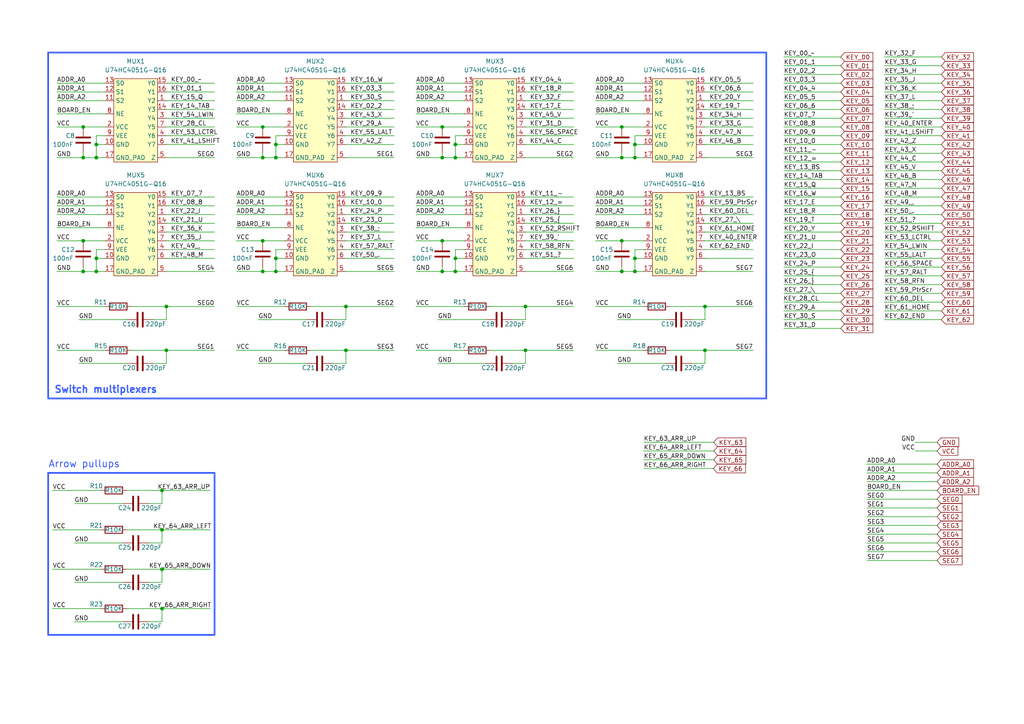
<source format=kicad_sch>
(kicad_sch (version 20230121) (generator eeschema)
  (paper "A4")
  (lib_symbols
    (symbol "Device:C" (pin_numbers hide) (pin_names (offset 0.254))
      (property "Reference" "C" (at 0.635 2.54 0))
      (property "Value" "C" (at 0.635 -2.54 0))
      (symbol "C_1_1"
        (pin passive line (at 0 3.81 270) (length 2.794) (name "~") (number "1"))
        (pin passive line (at 0 -3.81 90) (length 2.794) (name "~") (number "2"))
      )
    )
    (symbol "Device:R" (pin_numbers hide) (pin_names (offset 0))
      (property "Reference" "R" (at 2.032 0 90))
      (property "Value" "R" (at 0 0 90))
      (symbol "R_1_1"
        (pin passive line (at 0 3.81 270) (length 1.27) (name "~") (number "1"))
        (pin passive line (at 0 -3.81 90) (length 1.27) (name "~") (number "2"))
      )
    )
    (symbol "U74HC4051G-Q16-3030-R:U74HC4051G-Q16-3030-R"
      (property "Reference" "MUX?" (at -6.35 6.35 0))
      (property "Value" "U74HC4051G-Q16" (at -6.35 8.89 0))
      (symbol "U74HC4051G-Q16-3030-R_1_1"
        (pin bidirectional line (at 8.89 -1.27 180) (length 2.54) (name "Y2") (number "1"))
        (pin input line (at -8.89 -13.97 0) (length 2.54) (name "GND") (number "10"))
        (pin input line (at -8.89 -1.27 0) (length 2.54) (name "S2") (number "11"))
        (pin input line (at -8.89 1.27 0) (length 2.54) (name "S1") (number "12"))
        (pin input line (at -8.89 3.81 0) (length 2.54) (name "S0") (number "13"))
        (pin bidirectional line (at 8.89 -3.81 180) (length 2.54) (name "Y3") (number "14"))
        (pin bidirectional line (at 8.89 3.81 180) (length 2.54) (name "Y0") (number "15"))
        (pin bidirectional line (at 8.89 1.27 180) (length 2.54) (name "Y1") (number "16"))
        (pin bidirectional line (at -8.89 -17.78 0) (length 2.54) (name "GND_PAD") (number "17"))
        (pin input line (at -8.89 -8.89 0) (length 2.54) (name "VCC") (number "2"))
        (pin bidirectional line (at 8.89 -6.35 180) (length 2.54) (name "Y4") (number "3"))
        (pin bidirectional line (at 8.89 -11.43 180) (length 2.54) (name "Y6") (number "4"))
        (pin bidirectional line (at 8.89 -17.78 180) (length 2.54) (name "Z") (number "5"))
        (pin bidirectional line (at 8.89 -13.97 180) (length 2.54) (name "Y7") (number "6"))
        (pin bidirectional line (at 8.89 -8.89 180) (length 2.54) (name "Y5") (number "7"))
        (pin input line (at -8.89 -5.08 0) (length 2.54) (name "NE") (number "8"))
        (pin input line (at -8.89 -11.43 0) (length 2.54) (name "VEE") (number "9"))
      )
    )
  )
  (junction (at 152.4 101.6))
  (junction (at 27.94 45.72))
  (junction (at 132.08 45.72))
  (junction (at 132.08 41.91))
  (junction (at 76.2 78.74))
  (junction (at 184.15 45.72))
  (junction (at 46.99 142.24))
  (junction (at 180.34 36.83))
  (junction (at 24.13 78.74))
  (junction (at 76.2 45.72))
  (junction (at 100.33 101.6))
  (junction (at 24.13 69.85))
  (junction (at 180.34 69.85))
  (junction (at 132.08 74.93))
  (junction (at 24.13 36.83))
  (junction (at 204.47 101.6))
  (junction (at 184.15 41.91))
  (junction (at 27.94 78.74))
  (junction (at 152.4 88.9))
  (junction (at 48.26 88.9))
  (junction (at 46.99 153.67))
  (junction (at 128.27 36.83))
  (junction (at 180.34 78.74))
  (junction (at 204.47 88.9))
  (junction (at 27.94 74.93))
  (junction (at 46.99 165.1))
  (junction (at 80.01 74.93))
  (junction (at 184.15 78.74))
  (junction (at 76.2 69.85))
  (junction (at 80.01 45.72))
  (junction (at 27.94 41.91))
  (junction (at 24.13 45.72))
  (junction (at 132.08 78.74))
  (junction (at 80.01 41.91))
  (junction (at 48.26 101.6))
  (junction (at 184.15 74.93))
  (junction (at 128.27 69.85))
  (junction (at 180.34 45.72))
  (junction (at 128.27 78.74))
  (junction (at 100.33 88.9))
  (junction (at 80.01 78.74))
  (junction (at 128.27 45.72))
  (junction (at 46.99 176.53))
  (junction (at 76.2 36.83))
  (wire (pts (xy 227.33 54.61) (xy 243.84 54.61)))
  (wire (pts (xy 68.58 88.9) (xy 82.55 88.9)))
  (wire (pts (xy 48.26 101.6) (xy 62.23 101.6)))
  (wire (pts (xy 16.51 36.83) (xy 24.13 36.83)))
  (wire (pts (xy 251.46 160.02) (xy 271.78 160.02)))
  (wire (pts (xy 80.01 41.91) (xy 80.01 45.72)))
  (wire (pts (xy 132.08 41.91) (xy 132.08 45.72)))
  (wire (pts (xy 227.33 26.67) (xy 243.84 26.67)))
  (wire (pts (xy 16.51 59.69) (xy 30.48 59.69)))
  (wire (pts (xy 100.33 101.6) (xy 100.33 105.41)))
  (wire (pts (xy 227.33 29.21) (xy 243.84 29.21)))
  (wire (pts (xy 90.17 88.9) (xy 100.33 88.9)))
  (wire (pts (xy 186.69 128.27) (xy 207.01 128.27)))
  (wire (pts (xy 46.99 146.05) (xy 46.99 142.24)))
  (wire (pts (xy 48.26 105.41) (xy 48.26 101.6)))
  (wire (pts (xy 184.15 74.93) (xy 184.15 78.74)))
  (wire (pts (xy 132.08 78.74) (xy 134.62 78.74)))
  (wire (pts (xy 120.65 36.83) (xy 128.27 36.83)))
  (wire (pts (xy 256.54 29.21) (xy 273.05 29.21)))
  (wire (pts (xy 80.01 39.37) (xy 80.01 41.91)))
  (wire (pts (xy 256.54 69.85) (xy 273.05 69.85)))
  (wire (pts (xy 227.33 95.25) (xy 243.84 95.25)))
  (wire (pts (xy 120.65 33.02) (xy 134.62 33.02)))
  (wire (pts (xy 48.26 45.72) (xy 62.23 45.72)))
  (wire (pts (xy 134.62 39.37) (xy 132.08 39.37)))
  (wire (pts (xy 256.54 59.69) (xy 273.05 59.69)))
  (wire (pts (xy 256.54 26.67) (xy 273.05 26.67)))
  (wire (pts (xy 180.34 36.83) (xy 186.69 36.83)))
  (wire (pts (xy 152.4 101.6) (xy 152.4 105.41)))
  (wire (pts (xy 152.4 88.9) (xy 166.37 88.9)))
  (wire (pts (xy 152.4 29.21) (xy 166.37 29.21)))
  (wire (pts (xy 204.47 101.6) (xy 218.44 101.6)))
  (wire (pts (xy 100.33 59.69) (xy 114.3 59.69)))
  (wire (pts (xy 271.78 128.27) (xy 265.43 128.27)))
  (wire (pts (xy 152.4 74.93) (xy 166.37 74.93)))
  (wire (pts (xy 256.54 31.75) (xy 273.05 31.75)))
  (wire (pts (xy 100.33 88.9) (xy 114.3 88.9)))
  (wire (pts (xy 46.99 180.34) (xy 46.99 176.53)))
  (wire (pts (xy 148.59 92.71) (xy 152.4 92.71)))
  (wire (pts (xy 16.51 69.85) (xy 24.13 69.85)))
  (wire (pts (xy 152.4 41.91) (xy 166.37 41.91)))
  (wire (pts (xy 16.51 62.23) (xy 30.48 62.23)))
  (wire (pts (xy 16.51 66.04) (xy 30.48 66.04)))
  (wire (pts (xy 256.54 24.13) (xy 273.05 24.13)))
  (wire (pts (xy 152.4 34.29) (xy 166.37 34.29)))
  (wire (pts (xy 256.54 62.23) (xy 273.05 62.23)))
  (wire (pts (xy 76.2 45.72) (xy 80.01 45.72)))
  (wire (pts (xy 76.2 69.85) (xy 82.55 69.85)))
  (wire (pts (xy 16.51 101.6) (xy 30.48 101.6)))
  (wire (pts (xy 21.59 168.91) (xy 35.56 168.91)))
  (wire (pts (xy 128.27 44.45) (xy 128.27 45.72)))
  (wire (pts (xy 227.33 24.13) (xy 243.84 24.13)))
  (wire (pts (xy 120.65 66.04) (xy 134.62 66.04)))
  (wire (pts (xy 68.58 33.02) (xy 82.55 33.02)))
  (wire (pts (xy 48.26 34.29) (xy 62.23 34.29)))
  (wire (pts (xy 184.15 45.72) (xy 186.69 45.72)))
  (wire (pts (xy 80.01 74.93) (xy 82.55 74.93)))
  (wire (pts (xy 27.94 74.93) (xy 30.48 74.93)))
  (wire (pts (xy 21.59 180.34) (xy 35.56 180.34)))
  (wire (pts (xy 68.58 66.04) (xy 82.55 66.04)))
  (wire (pts (xy 38.1 101.6) (xy 48.26 101.6)))
  (wire (pts (xy 256.54 36.83) (xy 273.05 36.83)))
  (wire (pts (xy 68.58 29.21) (xy 82.55 29.21)))
  (wire (pts (xy 251.46 162.56) (xy 271.78 162.56)))
  (wire (pts (xy 180.34 78.74) (xy 184.15 78.74)))
  (wire (pts (xy 128.27 78.74) (xy 132.08 78.74)))
  (wire (pts (xy 48.26 24.13) (xy 62.23 24.13)))
  (wire (pts (xy 204.47 62.23) (xy 218.44 62.23)))
  (wire (pts (xy 256.54 90.17) (xy 273.05 90.17)))
  (wire (pts (xy 100.33 72.39) (xy 114.3 72.39)))
  (wire (pts (xy 251.46 154.94) (xy 271.78 154.94)))
  (wire (pts (xy 184.15 74.93) (xy 186.69 74.93)))
  (wire (pts (xy 128.27 77.47) (xy 128.27 78.74)))
  (wire (pts (xy 186.69 130.81) (xy 207.01 130.81)))
  (wire (pts (xy 100.33 29.21) (xy 114.3 29.21)))
  (wire (pts (xy 68.58 62.23) (xy 82.55 62.23)))
  (wire (pts (xy 46.99 142.24) (xy 60.96 142.24)))
  (wire (pts (xy 256.54 46.99) (xy 273.05 46.99)))
  (wire (pts (xy 22.86 105.41) (xy 36.83 105.41)))
  (wire (pts (xy 179.07 92.71) (xy 193.04 92.71)))
  (wire (pts (xy 120.65 57.15) (xy 134.62 57.15)))
  (wire (pts (xy 172.72 69.85) (xy 180.34 69.85)))
  (wire (pts (xy 80.01 45.72) (xy 82.55 45.72)))
  (wire (pts (xy 48.26 26.67) (xy 62.23 26.67)))
  (wire (pts (xy 204.47 78.74) (xy 218.44 78.74)))
  (wire (pts (xy 16.51 33.02) (xy 30.48 33.02)))
  (wire (pts (xy 204.47 31.75) (xy 218.44 31.75)))
  (wire (pts (xy 204.47 72.39) (xy 218.44 72.39)))
  (wire (pts (xy 15.24 165.1) (xy 29.21 165.1)))
  (wire (pts (xy 204.47 69.85) (xy 218.44 69.85)))
  (wire (pts (xy 152.4 59.69) (xy 166.37 59.69)))
  (wire (pts (xy 24.13 45.72) (xy 27.94 45.72)))
  (wire (pts (xy 68.58 24.13) (xy 82.55 24.13)))
  (wire (pts (xy 227.33 69.85) (xy 243.84 69.85)))
  (wire (pts (xy 186.69 135.89) (xy 207.01 135.89)))
  (wire (pts (xy 256.54 77.47) (xy 273.05 77.47)))
  (wire (pts (xy 204.47 64.77) (xy 218.44 64.77)))
  (wire (pts (xy 184.15 39.37) (xy 184.15 41.91)))
  (wire (pts (xy 36.83 153.67) (xy 46.99 153.67)))
  (wire (pts (xy 16.51 45.72) (xy 24.13 45.72)))
  (wire (pts (xy 256.54 16.51) (xy 273.05 16.51)))
  (wire (pts (xy 48.26 69.85) (xy 62.23 69.85)))
  (wire (pts (xy 256.54 67.31) (xy 273.05 67.31)))
  (wire (pts (xy 80.01 78.74) (xy 82.55 78.74)))
  (wire (pts (xy 227.33 90.17) (xy 243.84 90.17)))
  (wire (pts (xy 120.65 26.67) (xy 134.62 26.67)))
  (wire (pts (xy 251.46 157.48) (xy 271.78 157.48)))
  (wire (pts (xy 227.33 49.53) (xy 243.84 49.53)))
  (wire (pts (xy 24.13 69.85) (xy 30.48 69.85)))
  (wire (pts (xy 148.59 105.41) (xy 152.4 105.41)))
  (wire (pts (xy 48.26 36.83) (xy 62.23 36.83)))
  (wire (pts (xy 184.15 72.39) (xy 184.15 74.93)))
  (wire (pts (xy 100.33 34.29) (xy 114.3 34.29)))
  (wire (pts (xy 227.33 31.75) (xy 243.84 31.75)))
  (wire (pts (xy 204.47 41.91) (xy 218.44 41.91)))
  (wire (pts (xy 152.4 64.77) (xy 166.37 64.77)))
  (wire (pts (xy 48.26 92.71) (xy 48.26 88.9)))
  (wire (pts (xy 16.51 26.67) (xy 30.48 26.67)))
  (wire (pts (xy 132.08 74.93) (xy 134.62 74.93)))
  (wire (pts (xy 68.58 45.72) (xy 76.2 45.72)))
  (wire (pts (xy 24.13 44.45) (xy 24.13 45.72)))
  (wire (pts (xy 204.47 26.67) (xy 218.44 26.67)))
  (wire (pts (xy 227.33 44.45) (xy 243.84 44.45)))
  (wire (pts (xy 227.33 41.91) (xy 243.84 41.91)))
  (wire (pts (xy 100.33 62.23) (xy 114.3 62.23)))
  (wire (pts (xy 68.58 78.74) (xy 76.2 78.74)))
  (wire (pts (xy 80.01 74.93) (xy 80.01 78.74)))
  (wire (pts (xy 256.54 57.15) (xy 273.05 57.15)))
  (wire (pts (xy 120.65 101.6) (xy 134.62 101.6)))
  (wire (pts (xy 256.54 92.71) (xy 273.05 92.71)))
  (wire (pts (xy 76.2 36.83) (xy 82.55 36.83)))
  (wire (pts (xy 186.69 72.39) (xy 184.15 72.39)))
  (wire (pts (xy 251.46 152.4) (xy 271.78 152.4)))
  (wire (pts (xy 48.26 59.69) (xy 62.23 59.69)))
  (wire (pts (xy 180.34 69.85) (xy 186.69 69.85)))
  (wire (pts (xy 100.33 39.37) (xy 114.3 39.37)))
  (wire (pts (xy 152.4 39.37) (xy 166.37 39.37)))
  (wire (pts (xy 16.51 29.21) (xy 30.48 29.21)))
  (wire (pts (xy 74.93 105.41) (xy 88.9 105.41)))
  (wire (pts (xy 251.46 137.16) (xy 271.78 137.16)))
  (wire (pts (xy 227.33 77.47) (xy 243.84 77.47)))
  (wire (pts (xy 256.54 39.37) (xy 273.05 39.37)))
  (wire (pts (xy 204.47 45.72) (xy 218.44 45.72)))
  (wire (pts (xy 27.94 74.93) (xy 27.94 78.74)))
  (wire (pts (xy 43.18 180.34) (xy 46.99 180.34)))
  (wire (pts (xy 48.26 39.37) (xy 62.23 39.37)))
  (wire (pts (xy 227.33 19.05) (xy 243.84 19.05)))
  (wire (pts (xy 204.47 29.21) (xy 218.44 29.21)))
  (wire (pts (xy 68.58 101.6) (xy 82.55 101.6)))
  (wire (pts (xy 27.94 41.91) (xy 27.94 45.72)))
  (wire (pts (xy 82.55 39.37) (xy 80.01 39.37)))
  (wire (pts (xy 128.27 69.85) (xy 134.62 69.85)))
  (wire (pts (xy 68.58 26.67) (xy 82.55 26.67)))
  (wire (pts (xy 172.72 33.02) (xy 186.69 33.02)))
  (wire (pts (xy 152.4 36.83) (xy 166.37 36.83)))
  (wire (pts (xy 256.54 72.39) (xy 273.05 72.39)))
  (wire (pts (xy 48.26 88.9) (xy 62.23 88.9)))
  (wire (pts (xy 16.51 57.15) (xy 30.48 57.15)))
  (wire (pts (xy 152.4 101.6) (xy 166.37 101.6)))
  (wire (pts (xy 180.34 77.47) (xy 180.34 78.74)))
  (wire (pts (xy 172.72 101.6) (xy 186.69 101.6)))
  (wire (pts (xy 251.46 144.78) (xy 271.78 144.78)))
  (wire (pts (xy 152.4 62.23) (xy 166.37 62.23)))
  (wire (pts (xy 186.69 39.37) (xy 184.15 39.37)))
  (wire (pts (xy 227.33 92.71) (xy 243.84 92.71)))
  (wire (pts (xy 100.33 45.72) (xy 114.3 45.72)))
  (wire (pts (xy 127 92.71) (xy 140.97 92.71)))
  (wire (pts (xy 100.33 64.77) (xy 114.3 64.77)))
  (wire (pts (xy 16.51 88.9) (xy 30.48 88.9)))
  (wire (pts (xy 15.24 153.67) (xy 29.21 153.67)))
  (wire (pts (xy 200.66 105.41) (xy 204.47 105.41)))
  (wire (pts (xy 172.72 78.74) (xy 180.34 78.74)))
  (wire (pts (xy 251.46 142.24) (xy 271.78 142.24)))
  (wire (pts (xy 48.26 41.91) (xy 62.23 41.91)))
  (wire (pts (xy 27.94 41.91) (xy 30.48 41.91)))
  (wire (pts (xy 120.65 29.21) (xy 134.62 29.21)))
  (wire (pts (xy 46.99 176.53) (xy 60.96 176.53)))
  (wire (pts (xy 194.31 88.9) (xy 204.47 88.9)))
  (wire (pts (xy 100.33 67.31) (xy 114.3 67.31)))
  (wire (pts (xy 38.1 88.9) (xy 48.26 88.9)))
  (wire (pts (xy 27.94 72.39) (xy 27.94 74.93)))
  (wire (pts (xy 256.54 85.09) (xy 273.05 85.09)))
  (wire (pts (xy 27.94 45.72) (xy 30.48 45.72)))
  (wire (pts (xy 142.24 101.6) (xy 152.4 101.6)))
  (wire (pts (xy 152.4 24.13) (xy 166.37 24.13)))
  (wire (pts (xy 172.72 59.69) (xy 186.69 59.69)))
  (wire (pts (xy 186.69 133.35) (xy 207.01 133.35)))
  (wire (pts (xy 172.72 36.83) (xy 180.34 36.83)))
  (wire (pts (xy 227.33 21.59) (xy 243.84 21.59)))
  (wire (pts (xy 256.54 49.53) (xy 273.05 49.53)))
  (wire (pts (xy 227.33 57.15) (xy 243.84 57.15)))
  (wire (pts (xy 180.34 44.45) (xy 180.34 45.72)))
  (wire (pts (xy 251.46 134.62) (xy 271.78 134.62)))
  (wire (pts (xy 24.13 78.74) (xy 27.94 78.74)))
  (wire (pts (xy 80.01 72.39) (xy 80.01 74.93)))
  (wire (pts (xy 227.33 87.63) (xy 243.84 87.63)))
  (wire (pts (xy 152.4 88.9) (xy 152.4 92.71)))
  (wire (pts (xy 46.99 153.67) (xy 60.96 153.67)))
  (wire (pts (xy 46.99 157.48) (xy 46.99 153.67)))
  (wire (pts (xy 48.26 57.15) (xy 62.23 57.15)))
  (wire (pts (xy 172.72 29.21) (xy 186.69 29.21)))
  (wire (pts (xy 36.83 142.24) (xy 46.99 142.24)))
  (wire (pts (xy 15.24 142.24) (xy 29.21 142.24)))
  (wire (pts (xy 21.59 157.48) (xy 35.56 157.48)))
  (wire (pts (xy 46.99 168.91) (xy 46.99 165.1)))
  (wire (pts (xy 16.51 24.13) (xy 30.48 24.13)))
  (wire (pts (xy 256.54 52.07) (xy 273.05 52.07)))
  (wire (pts (xy 180.34 45.72) (xy 184.15 45.72)))
  (wire (pts (xy 256.54 19.05) (xy 273.05 19.05)))
  (wire (pts (xy 204.47 59.69) (xy 218.44 59.69)))
  (wire (pts (xy 27.94 39.37) (xy 27.94 41.91)))
  (wire (pts (xy 172.72 57.15) (xy 186.69 57.15)))
  (wire (pts (xy 184.15 78.74) (xy 186.69 78.74)))
  (wire (pts (xy 152.4 31.75) (xy 166.37 31.75)))
  (wire (pts (xy 172.72 66.04) (xy 186.69 66.04)))
  (wire (pts (xy 48.26 62.23) (xy 62.23 62.23)))
  (wire (pts (xy 251.46 147.32) (xy 271.78 147.32)))
  (wire (pts (xy 43.18 146.05) (xy 46.99 146.05)))
  (wire (pts (xy 100.33 36.83) (xy 114.3 36.83)))
  (wire (pts (xy 30.48 72.39) (xy 27.94 72.39)))
  (wire (pts (xy 172.72 45.72) (xy 180.34 45.72)))
  (wire (pts (xy 204.47 67.31) (xy 218.44 67.31)))
  (wire (pts (xy 152.4 57.15) (xy 166.37 57.15)))
  (wire (pts (xy 227.33 34.29) (xy 243.84 34.29)))
  (wire (pts (xy 256.54 21.59) (xy 273.05 21.59)))
  (wire (pts (xy 68.58 57.15) (xy 82.55 57.15)))
  (wire (pts (xy 48.26 64.77) (xy 62.23 64.77)))
  (wire (pts (xy 68.58 69.85) (xy 76.2 69.85)))
  (wire (pts (xy 120.65 88.9) (xy 134.62 88.9)))
  (wire (pts (xy 74.93 92.71) (xy 88.9 92.71)))
  (wire (pts (xy 256.54 74.93) (xy 273.05 74.93)))
  (wire (pts (xy 43.18 157.48) (xy 46.99 157.48)))
  (wire (pts (xy 271.78 130.81) (xy 265.43 130.81)))
  (wire (pts (xy 204.47 34.29) (xy 218.44 34.29)))
  (wire (pts (xy 204.47 36.83) (xy 218.44 36.83)))
  (wire (pts (xy 142.24 88.9) (xy 152.4 88.9)))
  (wire (pts (xy 256.54 82.55) (xy 273.05 82.55)))
  (wire (pts (xy 48.26 67.31) (xy 62.23 67.31)))
  (wire (pts (xy 132.08 39.37) (xy 132.08 41.91)))
  (wire (pts (xy 24.13 77.47) (xy 24.13 78.74)))
  (wire (pts (xy 204.47 88.9) (xy 204.47 92.71)))
  (wire (pts (xy 184.15 41.91) (xy 186.69 41.91)))
  (wire (pts (xy 194.31 101.6) (xy 204.47 101.6)))
  (wire (pts (xy 22.86 92.71) (xy 36.83 92.71)))
  (wire (pts (xy 15.24 176.53) (xy 29.21 176.53)))
  (wire (pts (xy 120.65 69.85) (xy 128.27 69.85)))
  (wire (pts (xy 256.54 41.91) (xy 273.05 41.91)))
  (wire (pts (xy 227.33 62.23) (xy 243.84 62.23)))
  (wire (pts (xy 256.54 80.01) (xy 273.05 80.01)))
  (wire (pts (xy 227.33 82.55) (xy 243.84 82.55)))
  (wire (pts (xy 120.65 45.72) (xy 128.27 45.72)))
  (wire (pts (xy 44.45 105.41) (xy 48.26 105.41)))
  (wire (pts (xy 132.08 72.39) (xy 132.08 74.93)))
  (wire (pts (xy 204.47 101.6) (xy 204.47 105.41)))
  (wire (pts (xy 43.18 168.91) (xy 46.99 168.91)))
  (wire (pts (xy 227.33 72.39) (xy 243.84 72.39)))
  (wire (pts (xy 48.26 74.93) (xy 62.23 74.93)))
  (wire (pts (xy 227.33 16.51) (xy 243.84 16.51)))
  (wire (pts (xy 48.26 78.74) (xy 62.23 78.74)))
  (wire (pts (xy 48.26 29.21) (xy 62.23 29.21)))
  (wire (pts (xy 204.47 24.13) (xy 218.44 24.13)))
  (wire (pts (xy 120.65 59.69) (xy 134.62 59.69)))
  (wire (pts (xy 100.33 26.67) (xy 114.3 26.67)))
  (wire (pts (xy 152.4 45.72) (xy 166.37 45.72)))
  (wire (pts (xy 227.33 67.31) (xy 243.84 67.31)))
  (wire (pts (xy 227.33 64.77) (xy 243.84 64.77)))
  (wire (pts (xy 204.47 57.15) (xy 218.44 57.15)))
  (wire (pts (xy 48.26 72.39) (xy 62.23 72.39)))
  (wire (pts (xy 256.54 87.63) (xy 273.05 87.63)))
  (wire (pts (xy 134.62 72.39) (xy 132.08 72.39)))
  (wire (pts (xy 100.33 88.9) (xy 100.33 92.71)))
  (wire (pts (xy 127 105.41) (xy 140.97 105.41)))
  (wire (pts (xy 256.54 64.77) (xy 273.05 64.77)))
  (wire (pts (xy 48.26 31.75) (xy 62.23 31.75)))
  (wire (pts (xy 100.33 31.75) (xy 114.3 31.75)))
  (wire (pts (xy 36.83 165.1) (xy 46.99 165.1)))
  (wire (pts (xy 152.4 26.67) (xy 166.37 26.67)))
  (wire (pts (xy 100.33 74.93) (xy 114.3 74.93)))
  (wire (pts (xy 100.33 57.15) (xy 114.3 57.15)))
  (wire (pts (xy 30.48 39.37) (xy 27.94 39.37)))
  (wire (pts (xy 256.54 44.45) (xy 273.05 44.45)))
  (wire (pts (xy 100.33 24.13) (xy 114.3 24.13)))
  (wire (pts (xy 256.54 34.29) (xy 273.05 34.29)))
  (wire (pts (xy 227.33 46.99) (xy 243.84 46.99)))
  (wire (pts (xy 204.47 39.37) (xy 218.44 39.37)))
  (wire (pts (xy 227.33 39.37) (xy 243.84 39.37)))
  (wire (pts (xy 24.13 36.83) (xy 30.48 36.83)))
  (wire (pts (xy 200.66 92.71) (xy 204.47 92.71)))
  (wire (pts (xy 46.99 165.1) (xy 60.96 165.1)))
  (wire (pts (xy 227.33 52.07) (xy 243.84 52.07)))
  (wire (pts (xy 256.54 54.61) (xy 273.05 54.61)))
  (wire (pts (xy 36.83 176.53) (xy 46.99 176.53)))
  (wire (pts (xy 152.4 69.85) (xy 166.37 69.85)))
  (wire (pts (xy 204.47 88.9) (xy 218.44 88.9)))
  (wire (pts (xy 227.33 74.93) (xy 243.84 74.93)))
  (wire (pts (xy 251.46 149.86) (xy 271.78 149.86)))
  (wire (pts (xy 179.07 105.41) (xy 193.04 105.41)))
  (wire (pts (xy 132.08 45.72) (xy 134.62 45.72)))
  (wire (pts (xy 120.65 78.74) (xy 128.27 78.74)))
  (wire (pts (xy 21.59 146.05) (xy 35.56 146.05)))
  (wire (pts (xy 128.27 36.83) (xy 134.62 36.83)))
  (wire (pts (xy 227.33 59.69) (xy 243.84 59.69)))
  (wire (pts (xy 100.33 78.74) (xy 114.3 78.74)))
  (wire (pts (xy 172.72 26.67) (xy 186.69 26.67)))
  (wire (pts (xy 152.4 78.74) (xy 166.37 78.74)))
  (wire (pts (xy 132.08 74.93) (xy 132.08 78.74)))
  (wire (pts (xy 120.65 24.13) (xy 134.62 24.13)))
  (wire (pts (xy 152.4 72.39) (xy 166.37 72.39)))
  (wire (pts (xy 82.55 72.39) (xy 80.01 72.39)))
  (wire (pts (xy 68.58 59.69) (xy 82.55 59.69)))
  (wire (pts (xy 96.52 92.71) (xy 100.33 92.71)))
  (wire (pts (xy 80.01 41.91) (xy 82.55 41.91)))
  (wire (pts (xy 68.58 36.83) (xy 76.2 36.83)))
  (wire (pts (xy 100.33 101.6) (xy 114.3 101.6)))
  (wire (pts (xy 251.46 139.7) (xy 271.78 139.7)))
  (wire (pts (xy 172.72 88.9) (xy 186.69 88.9)))
  (wire (pts (xy 96.52 105.41) (xy 100.33 105.41)))
  (wire (pts (xy 152.4 67.31) (xy 166.37 67.31)))
  (wire (pts (xy 76.2 77.47) (xy 76.2 78.74)))
  (wire (pts (xy 44.45 92.71) (xy 48.26 92.71)))
  (wire (pts (xy 128.27 45.72) (xy 132.08 45.72)))
  (wire (pts (xy 172.72 62.23) (xy 186.69 62.23)))
  (wire (pts (xy 100.33 41.91) (xy 114.3 41.91)))
  (wire (pts (xy 27.94 78.74) (xy 30.48 78.74)))
  (wire (pts (xy 204.47 74.93) (xy 218.44 74.93)))
  (wire (pts (xy 172.72 24.13) (xy 186.69 24.13)))
  (wire (pts (xy 184.15 41.91) (xy 184.15 45.72)))
  (wire (pts (xy 100.33 69.85) (xy 114.3 69.85)))
  (wire (pts (xy 132.08 41.91) (xy 134.62 41.91)))
  (wire (pts (xy 76.2 78.74) (xy 80.01 78.74)))
  (wire (pts (xy 227.33 80.01) (xy 243.84 80.01)))
  (wire (pts (xy 76.2 44.45) (xy 76.2 45.72)))
  (wire (pts (xy 227.33 85.09) (xy 243.84 85.09)))
  (wire (pts (xy 120.65 62.23) (xy 134.62 62.23)))
  (wire (pts (xy 16.51 78.74) (xy 24.13 78.74)))
  (wire (pts (xy 90.17 101.6) (xy 100.33 101.6)))
  (wire (pts (xy 227.33 36.83) (xy 243.84 36.83)))
  (rectangle (start 13.97 15.24) (end 222.25 115.57) (stroke (width 0.5) (color 59 93 255 1)))
  (rectangle (start 13.97 137.16) (end 62.23 184.15) (stroke (width 0.5) (color 59 93 255 1)))
  (text "Arrow pullups\n" (at 13.97 135.89 0) (effects (font (size 2 2) (thickness 0.254) bold) (justify left bottom)))
  (text "Switch multiplexers" (at 45.72 114.3 0) (effects (font (size 2 2) (thickness 0.4) bold) (justify right bottom)))
  (label "KEY_54_LWIN" (at 49.53 34.29 0))
  (label "KEY_22_I" (at 227.33 72.39 0))
  (label "KEY_40_ENTER" (at 256.54 36.83 0))
  (label "KEY_64_ARR_LEFT" (at 186.69 130.81 0))
  (label "KEY_15_Q" (at 227.33 54.61 0))
  (label "SEG6" (at 161.29 78.74 0))
  (label "KEY_65_ARR_DOWN" (at 43.18 165.1 0))
  (label "BOARD_EN" (at 251.46 142.24 0))
  (label "VCC" (at 265.43 130.81 180))
  (label "KEY_12_=" (at 227.33 46.99 0))
  (label "ADDR_A2" (at 172.72 29.21 0))
  (label "SEG1" (at 109.22 45.72 0))
  (label "KEY_40_ENTER" (at 205.74 69.85 0))
  (label "KEY_02_2" (at 227.33 21.59 0))
  (label "KEY_27_\\" (at 205.74 64.77 0))
  (label "KEY_56_SPACE" (at 256.54 77.47 0))
  (label "ADDR_A0" (at 16.51 24.13 0))
  (label "SEG1" (at 251.46 147.32 0))
  (label "SEG0" (at 57.15 45.72 0))
  (label "SEG6" (at 213.36 88.9 0))
  (label "KEY_34_H" (at 205.74 34.29 0))
  (label "BOARD_EN" (at 16.51 33.02 0))
  (label "KEY_36_K" (at 256.54 26.67 0))
  (label "KEY_02_2" (at 101.6 31.75 0))
  (label "KEY_27_\\" (at 227.33 85.09 0))
  (label "ADDR_A1" (at 172.72 26.67 0))
  (label "ADDR_A2" (at 120.65 29.21 0))
  (label "ADDR_A0" (at 120.65 24.13 0))
  (label "KEY_17_E" (at 153.67 31.75 0))
  (label "GND" (at 68.58 45.72 0))
  (label "KEY_15_Q" (at 49.53 29.21 0))
  (label "GND" (at 74.93 92.71 0))
  (label "VCC" (at 16.51 69.85 0))
  (label "ADDR_A0" (at 16.51 57.15 0))
  (label "VCC" (at 15.24 165.1 0))
  (label "KEY_17_E" (at 227.33 59.69 0))
  (label "KEY_63_ARR_UP" (at 45.72 142.24 0))
  (label "SEG2" (at 109.22 88.9 0))
  (label "GND" (at 127 92.71 0))
  (label "VCC" (at 172.72 69.85 0))
  (label "SEG5" (at 251.46 157.48 0))
  (label "KEY_23_O" (at 227.33 74.93 0))
  (label "ADDR_A0" (at 251.46 134.62 0))
  (label "KEY_46_B" (at 205.74 41.91 0))
  (label "KEY_05_5" (at 227.33 29.21 0))
  (label "KEY_01_1" (at 49.53 26.67 0))
  (label "VCC" (at 120.65 88.9 0))
  (label "GND" (at 21.59 180.34 0))
  (label "KEY_04_4" (at 153.67 24.13 0))
  (label "VCC" (at 172.72 88.9 0))
  (label "KEY_44_C" (at 153.67 41.91 0))
  (label "SEG7" (at 251.46 162.56 0))
  (label "ADDR_A2" (at 251.46 139.7 0))
  (label "BOARD_EN" (at 120.65 66.04 0))
  (label "KEY_28_CL" (at 227.2038 87.63 0))
  (label "KEY_10_0" (at 227.33 41.91 0))
  (label "KEY_48_M" (at 49.53 74.93 0))
  (label "SEG4" (at 161.29 88.9 0))
  (label "KEY_54_LWIN" (at 256.54 72.39 0))
  (label "ADDR_A2" (at 16.51 29.21 0))
  (label "KEY_33_G" (at 256.54 19.05 0))
  (label "SEG1" (at 57.15 101.6 0))
  (label "KEY_35_J" (at 256.54 24.13 0))
  (label "ADDR_A1" (at 16.51 26.67 0))
  (label "KEY_23_O" (at 101.6 64.77 0))
  (label "KEY_11_-" (at 153.67 57.15 0))
  (label "SEG3" (at 213.36 45.72 0))
  (label "ADDR_A0" (at 172.72 24.13 0))
  (label "KEY_21_U" (at 49.53 64.77 0))
  (label "KEY_09_9" (at 101.6 57.15 0))
  (label "VCC" (at 120.65 69.85 0))
  (label "KEY_47_N" (at 256.54 54.61 0))
  (label "ADDR_A1" (at 68.58 26.67 0))
  (label "KEY_07_7" (at 49.53 57.15 0))
  (label "KEY_62_END" (at 205.74 72.39 0))
  (label "SEG3" (at 109.22 101.6 0))
  (label "KEY_39_'" (at 153.67 69.85 0))
  (label "KEY_48_M" (at 256.54 57.15 0))
  (label "GND" (at 16.51 78.74 0))
  (label "BOARD_EN" (at 68.58 66.04 0))
  (label "KEY_18_R" (at 153.67 26.67 0))
  (label "KEY_45_V" (at 153.67 34.29 0))
  (label "KEY_37_L" (at 256.54 29.21 0))
  (label "GND" (at 120.65 45.72 0))
  (label "KEY_14_TAB" (at 49.53 31.75 0))
  (label "GND" (at 22.86 105.41 0))
  (label "SEG5" (at 109.22 78.74 0))
  (label "ADDR_A2" (at 68.58 62.23 0))
  (label "ADDR_A0" (at 172.72 57.15 0))
  (label "GND" (at 179.07 92.71 0))
  (label "KEY_35_J" (at 49.53 69.85 0))
  (label "GND" (at 21.59 168.91 0))
  (label "KEY_38_;" (at 101.6 67.31 0))
  (label "KEY_50_." (at 101.6 74.93 0))
  (label "KEY_01_1" (at 227.33 19.05 0))
  (label "KEY_52_RSHIFT" (at 153.67 67.31 0))
  (label "KEY_59_PtrScr" (at 205.74 59.69 0))
  (label "KEY_04_4" (at 227.33 26.67 0))
  (label "VCC" (at 120.65 101.6 0))
  (label "ADDR_A1" (at 120.65 26.67 0))
  (label "KEY_30_S" (at 101.6 29.21 0))
  (label "ADDR_A1" (at 120.65 59.69 0))
  (label "VCC" (at 16.51 101.6 0))
  (label "KEY_21_U" (at 227.33 69.85 0))
  (label "SEG7" (at 213.36 78.74 0))
  (label "KEY_47_N" (at 205.74 39.37 0))
  (label "KEY_13_BS" (at 227.33 49.53 0))
  (label "KEY_26_}" (at 227.33 82.55 0))
  (label "KEY_08_8" (at 227.33 36.83 0))
  (label "KEY_57_RALT" (at 101.6 72.39 0))
  (label "BOARD_EN" (at 172.72 66.04 0))
  (label "KEY_55_LALT" (at 256.54 74.93 0))
  (label "KEY_24_P" (at 101.6 62.23 0))
  (label "VCC" (at 15.24 153.67 0))
  (label "SEG7" (at 213.36 101.6 0))
  (label "KEY_66_ARR_RIGHT" (at 186.69 135.89 0))
  (label "KEY_10_0" (at 101.6 59.69 0))
  (label "GND" (at 172.72 78.74 0))
  (label "ADDR_A0" (at 120.65 57.15 0))
  (label "KEY_49_," (at 49.53 72.39 0))
  (label "VCC" (at 68.58 88.9 0))
  (label "KEY_18_R" (at 227.33 62.23 0))
  (label "VCC" (at 68.58 101.6 0))
  (label "KEY_41_LSHIFT" (at 49.53 41.91 0))
  (label "VCC" (at 68.58 69.85 0))
  (label "ADDR_A1" (at 172.72 59.69 0))
  (label "ADDR_A2" (at 120.65 62.23 0))
  (label "KEY_65_ARR_DOWN" (at 186.69 133.35 0))
  (label "VCC" (at 120.65 36.83 0))
  (label "SEG2" (at 161.29 45.72 0))
  (label "KEY_37_L" (at 101.6 69.85 0))
  (label "KEY_20_Y" (at 205.74 29.21 0))
  (label "KEY_32_F" (at 153.67 29.21 0))
  (label "KEY_45_V" (at 256.54 49.53 0))
  (label "ADDR_A1" (at 68.58 59.69 0))
  (label "ADDR_A0" (at 68.58 57.15 0))
  (label "ADDR_A1" (at 251.46 137.16 0))
  (label "KEY_43_X" (at 256.54 44.45 0))
  (label "KEY_25_{" (at 227.33 80.01 0))
  (label "KEY_55_LALT" (at 101.6 39.37 0))
  (label "KEY_63_ARR_UP" (at 186.69 128.27 0))
  (label "KEY_51_?" (at 256.54 64.77 0))
  (label "KEY_16_W" (at 101.6 24.13 0))
  (label "KEY_06_6" (at 227.33 31.75 0))
  (label "KEY_64_ARR_LEFT" (at 44.45 153.67 0))
  (label "VCC" (at 68.58 36.83 0))
  (label "KEY_61_HOME" (at 205.74 67.31 0))
  (label "KEY_31_D" (at 153.67 36.83 0))
  (label "KEY_43_X" (at 101.6 34.29 0))
  (label "KEY_03_3" (at 227.33 24.13 0))
  (label "GND" (at 21.59 157.48 0))
  (label "KEY_05_5" (at 205.74 24.13 0))
  (label "GND" (at 172.72 45.72 0))
  (label "BOARD_EN" (at 16.51 66.04 0))
  (label "KEY_46_B" (at 256.54 52.07 0))
  (label "KEY_52_RSHIFT" (at 256.54 67.31 0))
  (label "KEY_41_LSHIFT" (at 256.54 39.37 0))
  (label "VCC" (at 15.24 176.53 0))
  (label "KEY_22_I" (at 49.53 62.23 0))
  (label "KEY_08_8" (at 49.53 59.69 0))
  (label "SEG4" (at 251.46 154.94 0))
  (label "KEY_58_RFN" (at 256.54 82.55 0))
  (label "KEY_03_3" (at 101.6 26.67 0))
  (label "KEY_58_RFN" (at 153.67 72.39 0))
  (label "GND" (at 179.07 105.41 0))
  (label "KEY_62_END" (at 256.54 92.71 0))
  (label "KEY_49_," (at 256.54 59.69 0))
  (label "KEY_12_=" (at 153.67 59.69 0))
  (label "VCC" (at 16.51 36.83 0))
  (label "KEY_33_G" (at 205.74 36.83 0))
  (label "SEG6" (at 251.46 160.02 0))
  (label "BOARD_EN" (at 172.72 33.02 0))
  (label "SEG4" (at 57.15 78.74 0))
  (label "KEY_56_SPACE" (at 153.67 39.37 0))
  (label "GND" (at 21.59 146.05 0))
  (label "SEG2" (at 251.46 149.86 0))
  (label "KEY_50_." (at 256.54 62.23 0))
  (label "KEY_59_PtrScr" (at 256.54 85.09 0))
  (label "BOARD_EN" (at 68.58 33.02 0))
  (label "KEY_29_A" (at 227.33 90.17 0))
  (label "KEY_60_DEL" (at 205.74 62.23 0))
  (label "ADDR_A2" (at 16.51 62.23 0))
  (label "KEY_14_TAB" (at 227.33 52.07 0))
  (label "GND" (at 22.86 92.71 0))
  (label "KEY_20_Y" (at 227.33 67.31 0))
  (label "KEY_07_7" (at 227.33 34.29 0))
  (label "KEY_51_?" (at 153.67 74.93 0))
  (label "KEY_30_S" (at 227.33 92.71 0))
  (label "KEY_13_BS" (at 205.74 57.15 0))
  (label "GND" (at 74.93 105.41 0))
  (label "KEY_32_F" (at 256.54 16.51 0))
  (label "KEY_53_LCTRL" (at 256.54 69.85 0))
  (label "BOARD_EN" (at 120.65 33.02 0))
  (label "KEY_29_A" (at 101.6 36.83 0))
  (label "SEG5" (at 161.29 101.6 0))
  (label "SEG0" (at 251.46 144.78 0))
  (label "KEY_44_C" (at 256.54 46.99 0))
  (label "ADDR_A2" (at 172.72 62.23 0))
  (label "GND" (at 16.51 45.72 0))
  (label "GND" (at 120.65 78.74 0))
  (label "SEG0" (at 57.15 88.9 0))
  (label "KEY_19_T" (at 227.33 64.77 0))
  (label "KEY_28_CL" (at 49.53 36.83 0))
  (label "GND" (at 265.43 128.27 180))
  (label "KEY_57_RALT" (at 256.54 80.01 0))
  (label "KEY_25_{" (at 153.67 64.77 0))
  (label "GND" (at 127 105.41 0))
  (label "KEY_42_Z" (at 256.54 41.91 0))
  (label "KEY_61_HOME" (at 256.54 90.17 0))
  (label "KEY_19_T" (at 205.74 31.75 0))
  (label "KEY_34_H" (at 256.54 21.59 0))
  (label "KEY_24_P" (at 227.33 77.47 0))
  (label "KEY_00_~" (at 227.33 16.51 0))
  (label "VCC" (at 172.72 36.83 0))
  (label "VCC" (at 15.24 142.24 0))
  (label "VCC" (at 172.72 101.6 0))
  (label "KEY_11_-" (at 227.33 44.45 0))
  (label "KEY_36_K" (at 49.53 67.31 0))
  (label "ADDR_A2" (at 68.58 29.21 0))
  (label "KEY_42_Z" (at 101.6 41.91 0))
  (label "KEY_31_D" (at 227.33 95.25 0))
  (label "KEY_16_W" (at 227.33 57.15 0))
  (label "KEY_00_~" (at 49.53 24.13 0))
  (label "ADDR_A1" (at 16.51 59.69 0))
  (label "ADDR_A0" (at 68.58 24.13 0))
  (label "SEG3" (at 251.46 152.4 0))
  (label "KEY_53_LCTRL" (at 49.53 39.37 0))
  (label "KEY_39_'" (at 256.54 34.29 0))
  (label "KEY_26_}" (at 153.67 62.23 0))
  (label "KEY_38_;" (at 256.54 31.75 0))
  (label "KEY_66_ARR_RIGHT" (at 43.18 176.53 0))
  (label "GND" (at 68.58 78.74 0))
  (label "VCC" (at 16.51 88.9 0))
  (label "KEY_09_9" (at 227.33 39.37 0))
  (label "KEY_06_6" (at 205.74 26.67 0))
  (label "KEY_60_DEL" (at 256.54 87.63 0))
  (global_label "KEY_40" (shape input) (at 273.05 36.83 0) (property "Intersheetrefs" "${INTERSHEET_REFS}" (effects hide)))
  (global_label "KEY_24" (shape input) (at 243.84 77.47 0) (property "Intersheetrefs" "${INTERSHEET_REFS}" (effects hide)))
  (global_label "KEY_38" (shape input) (at 273.05 31.75 0) (property "Intersheetrefs" "${INTERSHEET_REFS}" (effects hide)))
  (global_label "KEY_33" (shape input) (at 273.05 19.05 0) (property "Intersheetrefs" "${INTERSHEET_REFS}" (effects hide)))
  (global_label "KEY_49" (shape input) (at 273.05 59.69 0) (property "Intersheetrefs" "${INTERSHEET_REFS}" (effects hide)))
  (global_label "KEY_65" (shape input) (at 207.01 133.35 0) (property "Intersheetrefs" "${INTERSHEET_REFS}" (effects hide)))
  (global_label "KEY_31" (shape input) (at 243.84 95.25 0) (property "Intersheetrefs" "${INTERSHEET_REFS}" (effects hide)))
  (global_label "KEY_59" (shape input) (at 273.05 85.09 0) (property "Intersheetrefs" "${INTERSHEET_REFS}" (effects hide)))
  (global_label "KEY_16" (shape input) (at 243.84 57.15 0) (property "Intersheetrefs" "${INTERSHEET_REFS}" (effects hide)))
  (global_label "SEG4" (shape input) (at 271.78 154.94 0) (property "Intersheetrefs" "${INTERSHEET_REFS}" (effects hide)))
  (global_label "ADDR_A1" (shape input) (at 271.78 137.16 0) (property "Intersheetrefs" "${INTERSHEET_REFS}" (effects hide)))
  (global_label "BOARD_EN" (shape input) (at 271.78 142.24 0) (property "Intersheetrefs" "${INTERSHEET_REFS}" (effects hide)))
  (global_label "KEY_29" (shape input) (at 243.84 90.17 0) (property "Intersheetrefs" "${INTERSHEET_REFS}" (effects hide)))
  (global_label "KEY_06" (shape input) (at 243.84 31.75 0) (property "Intersheetrefs" "${INTERSHEET_REFS}" (effects hide)))
  (global_label "SEG3" (shape input) (at 271.78 152.4 0) (property "Intersheetrefs" "${INTERSHEET_REFS}" (effects hide)))
  (global_label "KEY_57" (shape input) (at 273.05 80.01 0) (property "Intersheetrefs" "${INTERSHEET_REFS}" (effects hide)))
  (global_label "KEY_00" (shape input) (at 243.84 16.51 0) (property "Intersheetrefs" "${INTERSHEET_REFS}" (effects hide)))
  (global_label "GND" (shape input) (at 271.78 128.27 0) (property "Intersheetrefs" "${INTERSHEET_REFS}" (effects hide)))
  (global_label "KEY_11" (shape input) (at 243.84 44.45 0) (property "Intersheetrefs" "${INTERSHEET_REFS}" (effects hide)))
  (global_label "KEY_48" (shape input) (at 273.05 57.15 0) (property "Intersheetrefs" "${INTERSHEET_REFS}" (effects hide)))
  (global_label "KEY_13" (shape input) (at 243.84 49.53 0) (property "Intersheetrefs" "${INTERSHEET_REFS}" (effects hide)))
  (global_label "KEY_22" (shape input) (at 243.84 72.39 0) (property "Intersheetrefs" "${INTERSHEET_REFS}" (effects hide)))
  (global_label "KEY_53" (shape input) (at 273.05 69.85 0) (property "Intersheetrefs" "${INTERSHEET_REFS}" (effects hide)))
  (global_label "KEY_58" (shape input) (at 273.05 82.55 0) (property "Intersheetrefs" "${INTERSHEET_REFS}" (effects hide)))
  (global_label "KEY_64" (shape input) (at 207.01 130.81 0) (property "Intersheetrefs" "${INTERSHEET_REFS}" (effects hide)))
  (global_label "KEY_09" (shape input) (at 243.84 39.37 0) (property "Intersheetrefs" "${INTERSHEET_REFS}" (effects hide)))
  (global_label "KEY_52" (shape input) (at 273.05 67.31 0) (property "Intersheetrefs" "${INTERSHEET_REFS}" (effects hide)))
  (global_label "KEY_14" (shape input) (at 243.84 52.07 0) (property "Intersheetrefs" "${INTERSHEET_REFS}" (effects hide)))
  (global_label "KEY_25" (shape input) (at 243.84 80.01 0) (property "Intersheetrefs" "${INTERSHEET_REFS}" (effects hide)))
  (global_label "KEY_08" (shape input) (at 243.84 36.83 0) (property "Intersheetrefs" "${INTERSHEET_REFS}" (effects hide)))
  (global_label "KEY_10" (shape input) (at 243.84 41.91 0) (property "Intersheetrefs" "${INTERSHEET_REFS}" (effects hide)))
  (global_label "SEG7" (shape input) (at 271.78 162.56 0) (property "Intersheetrefs" "${INTERSHEET_REFS}" (effects hide)))
  (global_label "KEY_26" (shape input) (at 243.84 82.55 0) (property "Intersheetrefs" "${INTERSHEET_REFS}" (effects hide)))
  (global_label "ADDR_A2" (shape input) (at 271.78 139.7 0) (property "Intersheetrefs" "${INTERSHEET_REFS}" (effects hide)))
  (global_label "KEY_37" (shape input) (at 273.05 29.21 0) (property "Intersheetrefs" "${INTERSHEET_REFS}" (effects hide)))
  (global_label "KEY_46" (shape input) (at 273.05 52.07 0) (property "Intersheetrefs" "${INTERSHEET_REFS}" (effects hide)))
  (global_label "SEG6" (shape input) (at 271.78 160.02 0) (property "Intersheetrefs" "${INTERSHEET_REFS}" (effects hide)))
  (global_label "KEY_17" (shape input) (at 243.84 59.69 0) (property "Intersheetrefs" "${INTERSHEET_REFS}" (effects hide)))
  (global_label "KEY_23" (shape input) (at 243.84 74.93 0) (property "Intersheetrefs" "${INTERSHEET_REFS}" (effects hide)))
  (global_label "KEY_03" (shape input) (at 243.84 24.13 0) (property "Intersheetrefs" "${INTERSHEET_REFS}" (effects hide)))
  (global_label "KEY_43" (shape input) (at 273.05 44.45 0) (property "Intersheetrefs" "${INTERSHEET_REFS}" (effects hide)))
  (global_label "KEY_20" (shape input) (at 243.84 67.31 0) (property "Intersheetrefs" "${INTERSHEET_REFS}" (effects hide)))
  (global_label "KEY_51" (shape input) (at 273.05 64.77 0) (property "Intersheetrefs" "${INTERSHEET_REFS}" (effects hide)))
  (global_label "KEY_60" (shape input) (at 273.05 87.63 0) (property "Intersheetrefs" "${INTERSHEET_REFS}" (effects hide)))
  (global_label "SEG1" (shape input) (at 271.78 147.32 0) (property "Intersheetrefs" "${INTERSHEET_REFS}" (effects hide)))
  (global_label "KEY_19" (shape input) (at 243.84 64.77 0) (property "Intersheetrefs" "${INTERSHEET_REFS}" (effects hide)))
  (global_label "KEY_02" (shape input) (at 243.84 21.59 0) (property "Intersheetrefs" "${INTERSHEET_REFS}" (effects hide)))
  (global_label "KEY_47" (shape input) (at 273.05 54.61 0) (property "Intersheetrefs" "${INTERSHEET_REFS}" (effects hide)))
  (global_label "KEY_41" (shape input) (at 273.05 39.37 0) (property "Intersheetrefs" "${INTERSHEET_REFS}" (effects hide)))
  (global_label "KEY_01" (shape input) (at 243.84 19.05 0) (property "Intersheetrefs" "${INTERSHEET_REFS}" (effects hide)))
  (global_label "KEY_07" (shape input) (at 243.84 34.29 0) (property "Intersheetrefs" "${INTERSHEET_REFS}" (effects hide)))
  (global_label "KEY_21" (shape input) (at 243.84 69.85 0) (property "Intersheetrefs" "${INTERSHEET_REFS}" (effects hide)))
  (global_label "KEY_12" (shape input) (at 243.84 46.99 0) (property "Intersheetrefs" "${INTERSHEET_REFS}" (effects hide)))
  (global_label "SEG2" (shape input) (at 271.78 149.86 0) (property "Intersheetrefs" "${INTERSHEET_REFS}" (effects hide)))
  (global_label "KEY_28" (shape input) (at 243.84 87.63 0) (property "Intersheetrefs" "${INTERSHEET_REFS}" (effects hide)))
  (global_label "KEY_34" (shape input) (at 273.05 21.59 0) (property "Intersheetrefs" "${INTERSHEET_REFS}" (effects hide)))
  (global_label "KEY_63" (shape input) (at 207.01 128.27 0) (property "Intersheetrefs" "${INTERSHEET_REFS}" (effects hide)))
  (global_label "KEY_04" (shape input) (at 243.84 26.67 0) (property "Intersheetrefs" "${INTERSHEET_REFS}" (effects hide)))
  (global_label "KEY_18" (shape input) (at 243.84 62.23 0) (property "Intersheetrefs" "${INTERSHEET_REFS}" (effects hide)))
  (global_label "KEY_15" (shape input) (at 243.84 54.61 0) (property "Intersheetrefs" "${INTERSHEET_REFS}" (effects hide)))
  (global_label "KEY_42" (shape input) (at 273.05 41.91 0) (property "Intersheetrefs" "${INTERSHEET_REFS}" (effects hide)))
  (global_label "KEY_32" (shape input) (at 273.05 16.51 0) (property "Intersheetrefs" "${INTERSHEET_REFS}" (effects hide)))
  (global_label "KEY_05" (shape input) (at 243.84 29.21 0) (property "Intersheetrefs" "${INTERSHEET_REFS}" (effects hide)))
  (global_label "KEY_62" (shape input) (at 273.05 92.71 0) (property "Intersheetrefs" "${INTERSHEET_REFS}" (effects hide)))
  (global_label "KEY_45" (shape input) (at 273.05 49.53 0) (property "Intersheetrefs" "${INTERSHEET_REFS}" (effects hide)))
  (global_label "KEY_44" (shape input) (at 273.05 46.99 0) (property "Intersheetrefs" "${INTERSHEET_REFS}" (effects hide)))
  (global_label "KEY_27" (shape input) (at 243.84 85.09 0) (property "Intersheetrefs" "${INTERSHEET_REFS}" (effects hide)))
  (global_label "KEY_39" (shape input) (at 273.05 34.29 0) (property "Intersheetrefs" "${INTERSHEET_REFS}" (effects hide)))
  (global_label "KEY_36" (shape input) (at 273.05 26.67 0) (property "Intersheetrefs" "${INTERSHEET_REFS}" (effects hide)))
  (global_label "KEY_61" (shape input) (at 273.05 90.17 0) (property "Intersheetrefs" "${INTERSHEET_REFS}" (effects hide)))
  (global_label "SEG0" (shape input) (at 271.78 144.78 0) (property "Intersheetrefs" "${INTERSHEET_REFS}" (effects hide)))
  (global_label "VCC" (shape input) (at 271.78 130.81 0) (property "Intersheetrefs" "${INTERSHEET_REFS}" (effects hide)))
  (global_label "KEY_35" (shape input) (at 273.05 24.13 0) (property "Intersheetrefs" "${INTERSHEET_REFS}" (effects hide)))
  (global_label "KEY_66" (shape input) (at 206.9001 135.89 0) (property "Intersheetrefs" "${INTERSHEET_REFS}" (effects hide)))
  (global_label "KEY_56" (shape input) (at 273.05 77.47 0) (property "Intersheetrefs" "${INTERSHEET_REFS}" (effects hide)))
  (global_label "KEY_30" (shape input) (at 243.84 92.71 0) (property "Intersheetrefs" "${INTERSHEET_REFS}" (effects hide)))
  (global_label "ADDR_A0" (shape input) (at 271.78 134.62 0) (property "Intersheetrefs" "${INTERSHEET_REFS}" (effects hide)))
  (global_label "KEY_55" (shape input) (at 273.05 74.93 0) (property "Intersheetrefs" "${INTERSHEET_REFS}" (effects hide)))
  (global_label "SEG5" (shape input) (at 271.78 157.48 0) (property "Intersheetrefs" "${INTERSHEET_REFS}" (effects hide)))
  (global_label "KEY_50" (shape input) (at 273.05 62.23 0) (property "Intersheetrefs" "${INTERSHEET_REFS}" (effects hide)))
  (global_label "KEY_54" (shape input) (at 273.05 72.39 0) (property "Intersheetrefs" "${INTERSHEET_REFS}" (effects hide)))
  (symbol (lib_id "U74HC4051G-Q16-3030-R:U74HC4051G-Q16-3030-R") (at 143.51 60.96 0) (unit 1)
    (property "Reference" "MUX7" (at 143.51 50.8 0))
    (property "Value" "U74HC4051G-Q16" (at 143.51 53.34 0))
    (property "Footprint" "Package_DFN_QFN:QFN-16-1EP_3x3mm_P0.5mm_EP1.7x1.7mm" (effects hide))
  )
  (symbol (lib_id "Device:C") (at 92.71 92.71 90) (unit 1)
    (property "Reference" "C17" (at 91.44 93.98 90) (effects (justify left)))
    (property "Value" "220pF" (at 100.33 93.98 90) (effects (justify left)))
    (property "Footprint" "Capacitor_SMD:C_0402_1005Metric" (effects hide))
    (instances (project "keyboard" (path "" (reference "C17") (unit 1)) (path "" (reference "C18") (unit 1))))
  )
  (symbol (lib_id "Device:C") (at 196.85 92.71 90) (unit 1)
    (property "Reference" "C19" (at 195.58 93.98 90) (effects (justify left)))
    (property "Value" "220pF" (at 204.47 93.98 90) (effects (justify left)))
    (property "Footprint" "Capacitor_SMD:C_0402_1005Metric" (effects hide))
    (instances (project "keyboard" (path "" (reference "C19") (unit 1)) (path "" (reference "C22") (unit 1))))
  )
  (symbol (lib_id "Device:C") (at 144.78 105.41 90) (unit 1)
    (property "Reference" "C22" (at 143.51 106.68 90) (effects (justify left)))
    (property "Value" "220pF" (at 152.4 106.68 90) (effects (justify left)))
    (property "Footprint" "Capacitor_SMD:C_0402_1005Metric" (effects hide))
    (instances (project "keyboard" (path "" (reference "C22") (unit 1)) (path "" (reference "C21") (unit 1))))
  )
  (symbol (lib_id "Device:R") (at 34.29 88.9 90) (unit 1)
    (property "Reference" "R11" (at 29.21 87.63 90))
    (property "Value" "R10K" (at 34.29 88.9 90))
    (property "Footprint" "Resistor_SMD:R_0402_1005Metric" (effects hide))
  )
  (symbol (lib_id "Device:C") (at 180.34 40.64 0) (unit 1)
    (property "Reference" "C11" (at 173.99 39.37 0) (effects (justify left)))
    (property "Value" "100nF" (at 171.45 41.91 0) (effects (justify left)))
    (property "Footprint" "Capacitor_SMD:C_0402_1005Metric" (effects hide))
    (instances (project "keyboard" (path "" (reference "C11") (unit 1)) (path "" (reference "C14") (unit 1))))
  )
  (symbol (lib_id "Device:C") (at 76.2 73.66 0) (unit 1)
    (property "Reference" "C13" (at 69.85 72.39 0) (effects (justify left)))
    (property "Value" "100nF" (at 67.31 74.93 0) (effects (justify left)))
    (property "Footprint" "Capacitor_SMD:C_0402_1005Metric" (effects hide))
    (instances (project "keyboard" (path "" (reference "C13") (unit 1)) (path "" (reference "C11") (unit 1))))
  )
  (symbol (lib_id "U74HC4051G-Q16-3030-R:U74HC4051G-Q16-3030-R") (at 91.44 27.94 0) (unit 1)
    (property "Reference" "MUX2" (at 91.44 17.78 0))
    (property "Value" "U74HC4051G-Q16" (at 91.44 20.32 0))
    (property "Footprint" "Package_DFN_QFN:QFN-16-1EP_3x3mm_P0.5mm_EP1.7x1.7mm" (effects hide))
  )
  (symbol (lib_id "Device:C") (at 92.71 105.41 90) (unit 1)
    (property "Reference" "C21" (at 91.44 106.68 90) (effects (justify left)))
    (property "Value" "220pF" (at 100.33 106.68 90) (effects (justify left)))
    (property "Footprint" "Capacitor_SMD:C_0402_1005Metric" (effects hide))
    (instances (project "keyboard" (path "" (reference "C21") (unit 1)) (path "" (reference "C19") (unit 1))))
  )
  (symbol (lib_id "U74HC4051G-Q16-3030-R:U74HC4051G-Q16-3030-R") (at 195.58 27.94 0) (unit 1)
    (property "Reference" "MUX4" (at 195.58 17.78 0))
    (property "Value" "U74HC4051G-Q16" (at 195.58 20.32 0))
    (property "Footprint" "Package_DFN_QFN:QFN-16-1EP_3x3mm_P0.5mm_EP1.7x1.7mm" (effects hide))
  )
  (symbol (lib_id "Device:C") (at 39.37 168.91 90) (unit 1)
    (property "Reference" "C26" (at 38.1 170.18 90) (effects (justify left)))
    (property "Value" "220pF" (at 46.99 170.18 90) (effects (justify left)))
    (property "Footprint" "Capacitor_SMD:C_0402_1005Metric" (effects hide))
  )
  (symbol (lib_id "U74HC4051G-Q16-3030-R:U74HC4051G-Q16-3030-R") (at 195.58 60.96 0) (unit 1)
    (property "Reference" "MUX8" (at 195.58 50.8 0))
    (property "Value" "U74HC4051G-Q16" (at 195.58 53.34 0))
    (property "Footprint" "Package_DFN_QFN:QFN-16-1EP_3x3mm_P0.5mm_EP1.7x1.7mm" (effects hide))
  )
  (symbol (lib_id "U74HC4051G-Q16-3030-R:U74HC4051G-Q16-3030-R") (at 39.37 27.94 0) (unit 1)
    (property "Reference" "MUX1" (at 39.37 17.78 0))
    (property "Value" "U74HC4051G-Q16" (at 39.37 20.32 0))
    (property "Footprint" "Package_DFN_QFN:QFN-16-1EP_3x3mm_P0.5mm_EP1.7x1.7mm" (effects hide))
  )
  (symbol (lib_id "Device:C") (at 128.27 73.66 0) (unit 1)
    (property "Reference" "C14" (at 121.92 72.39 0) (effects (justify left)))
    (property "Value" "100nF" (at 119.38 74.93 0) (effects (justify left)))
    (property "Footprint" "Capacitor_SMD:C_0402_1005Metric" (effects hide))
    (instances (project "keyboard" (path "" (reference "C14") (unit 1)) (path "" (reference "C13") (unit 1))))
  )
  (symbol (lib_id "Device:R") (at 86.36 88.9 90) (unit 1)
    (property "Reference" "R12" (at 81.28 87.63 90))
    (property "Value" "R10K" (at 86.36 88.9 90))
    (property "Footprint" "Resistor_SMD:R_0402_1005Metric" (effects hide))
    (instances (project "keyboard" (path "" (reference "R12") (unit 1)) (path "" (reference "R13") (unit 1))))
  )
  (symbol (lib_id "Device:C") (at 196.85 105.41 90) (unit 1)
    (property "Reference" "C23" (at 195.58 106.68 90) (effects (justify left)))
    (property "Value" "220pF" (at 204.47 106.68 90) (effects (justify left)))
    (property "Footprint" "Capacitor_SMD:C_0402_1005Metric" (effects hide))
  )
  (symbol (lib_id "Device:R") (at 33.02 153.67 90) (unit 1)
    (property "Reference" "R21" (at 27.94 152.4 90))
    (property "Value" "R10K" (at 33.02 153.67 90))
    (property "Footprint" "Resistor_SMD:R_0402_1005Metric" (effects hide))
  )
  (symbol (lib_id "U74HC4051G-Q16-3030-R:U74HC4051G-Q16-3030-R") (at 143.51 27.94 0) (unit 1)
    (property "Reference" "MUX3" (at 143.51 17.78 0))
    (property "Value" "U74HC4051G-Q16" (at 143.51 20.32 0))
    (property "Footprint" "Package_DFN_QFN:QFN-16-1EP_3x3mm_P0.5mm_EP1.7x1.7mm" (effects hide))
  )
  (symbol (lib_id "Device:C") (at 24.13 40.64 0) (unit 1)
    (property "Reference" "C8" (at 19.05 39.37 0) (effects (justify left)))
    (property "Value" "100nF" (at 15.24 41.91 0) (effects (justify left)))
    (property "Footprint" "Capacitor_SMD:C_0402_1005Metric" (effects hide))
  )
  (symbol (lib_id "Device:C") (at 39.37 157.48 90) (unit 1)
    (property "Reference" "C25" (at 38.1 158.75 90) (effects (justify left)))
    (property "Value" "220pF" (at 46.99 158.75 90) (effects (justify left)))
    (property "Footprint" "Capacitor_SMD:C_0402_1005Metric" (effects hide))
  )
  (symbol (lib_id "Device:C") (at 180.34 73.66 0) (unit 1)
    (property "Reference" "C15" (at 173.99 72.39 0) (effects (justify left)))
    (property "Value" "100nF" (at 171.45 74.93 0) (effects (justify left)))
    (property "Footprint" "Capacitor_SMD:C_0402_1005Metric" (effects hide))
  )
  (symbol (lib_id "Device:R") (at 86.36 101.6 90) (unit 1)
    (property "Reference" "R16" (at 81.28 100.33 90))
    (property "Value" "R10K" (at 86.36 101.6 90))
    (property "Footprint" "Resistor_SMD:R_0402_1005Metric" (effects hide))
    (instances (project "keyboard" (path "" (reference "R16") (unit 1)) (path "" (reference "R14") (unit 1))))
  )
  (symbol (lib_id "Device:R") (at 190.5 88.9 90) (unit 1)
    (property "Reference" "R14" (at 185.42 87.63 90))
    (property "Value" "R10K" (at 190.5 88.9 90))
    (property "Footprint" "Resistor_SMD:R_0402_1005Metric" (effects hide))
    (instances (project "keyboard" (path "" (reference "R14") (unit 1)) (path "" (reference "R17") (unit 1))))
  )
  (symbol (lib_id "Device:C") (at 39.37 180.34 90) (unit 1)
    (property "Reference" "C27" (at 38.1 181.61 90) (effects (justify left)))
    (property "Value" "220pF" (at 46.99 181.61 90) (effects (justify left)))
    (property "Footprint" "Capacitor_SMD:C_0402_1005Metric" (effects hide))
  )
  (symbol (lib_id "Device:C") (at 40.64 92.71 90) (unit 1)
    (property "Reference" "C16" (at 39.37 93.98 90) (effects (justify left)))
    (property "Value" "220pF" (at 48.26 93.98 90) (effects (justify left)))
    (property "Footprint" "Capacitor_SMD:C_0402_1005Metric" (effects hide))
  )
  (symbol (lib_id "Device:R") (at 33.02 142.24 90) (unit 1)
    (property "Reference" "R10" (at 27.94 140.97 90))
    (property "Value" "R10K" (at 33.02 142.24 90))
    (property "Footprint" "Resistor_SMD:R_0402_1005Metric" (effects hide))
  )
  (symbol (lib_id "U74HC4051G-Q16-3030-R:U74HC4051G-Q16-3030-R") (at 39.37 60.96 0) (unit 1)
    (property "Reference" "MUX5" (at 39.37 50.8 0))
    (property "Value" "U74HC4051G-Q16" (at 39.37 53.34 0))
    (property "Footprint" "Package_DFN_QFN:QFN-16-1EP_3x3mm_P0.5mm_EP1.7x1.7mm" (effects hide))
  )
  (symbol (lib_id "Device:R") (at 190.5 101.6 90) (unit 1)
    (property "Reference" "R18" (at 185.42 100.33 90))
    (property "Value" "R10K" (at 190.5 101.6 90))
    (property "Footprint" "Resistor_SMD:R_0402_1005Metric" (effects hide))
  )
  (symbol (lib_id "Device:R") (at 138.43 101.6 90) (unit 1)
    (property "Reference" "R17" (at 133.35 100.33 90))
    (property "Value" "R10K" (at 138.43 101.6 90))
    (property "Footprint" "Resistor_SMD:R_0402_1005Metric" (effects hide))
    (instances (project "keyboard" (path "" (reference "R17") (unit 1)) (path "" (reference "R16") (unit 1))))
  )
  (symbol (lib_id "Device:C") (at 144.78 92.71 90) (unit 1)
    (property "Reference" "C18" (at 143.51 93.98 90) (effects (justify left)))
    (property "Value" "220pF" (at 152.4 93.98 90) (effects (justify left)))
    (property "Footprint" "Capacitor_SMD:C_0402_1005Metric" (effects hide))
    (instances (project "keyboard" (path "" (reference "C18") (unit 1)) (path "" (reference "C20") (unit 1))))
  )
  (symbol (lib_id "Device:C") (at 76.2 40.64 0) (unit 1)
    (property "Reference" "C9" (at 71.12 39.37 0) (effects (justify left)))
    (property "Value" "100nF" (at 67.31 41.91 0) (effects (justify left)))
    (property "Footprint" "Capacitor_SMD:C_0402_1005Metric" (effects hide))
    (instances (project "keyboard" (path "" (reference "C9") (unit 1)) (path "" (reference "C10") (unit 1))))
  )
  (symbol (lib_id "Device:R") (at 138.43 88.9 90) (unit 1)
    (property "Reference" "R13" (at 133.35 87.63 90))
    (property "Value" "R10K" (at 138.43 88.9 90))
    (property "Footprint" "Resistor_SMD:R_0402_1005Metric" (effects hide))
    (instances (project "keyboard" (path "" (reference "R13") (unit 1)) (path "" (reference "R15") (unit 1))))
  )
  (symbol (lib_id "Device:R") (at 34.29 101.6 90) (unit 1)
    (property "Reference" "R15" (at 29.21 100.33 90))
    (property "Value" "R10K" (at 34.29 101.6 90))
    (property "Footprint" "Resistor_SMD:R_0402_1005Metric" (effects hide))
    (instances (project "keyboard" (path "" (reference "R15") (unit 1)) (path "" (reference "R12") (unit 1))))
  )
  (symbol (lib_id "Device:R") (at 33.02 165.1 90) (unit 1)
    (property "Reference" "R22" (at 27.94 163.83 90))
    (property "Value" "R10K" (at 33.02 165.1 90))
    (property "Footprint" "Resistor_SMD:R_0402_1005Metric" (effects hide))
  )
  (symbol (lib_id "Device:C") (at 24.13 73.66 0) (unit 1)
    (property "Reference" "C12" (at 17.78 72.39 0) (effects (justify left)))
    (property "Value" "100nF" (at 15.24 74.93 0) (effects (justify left)))
    (property "Footprint" "Capacitor_SMD:C_0402_1005Metric" (effects hide))
    (instances (project "keyboard" (path "" (reference "C12") (unit 1)) (path "" (reference "C9") (unit 1))))
  )
  (symbol (lib_id "Device:R") (at 33.02 176.53 90) (unit 1)
    (property "Reference" "R23" (at 27.94 175.26 90))
    (property "Value" "R10K" (at 33.02 176.53 90))
    (property "Footprint" "Resistor_SMD:R_0402_1005Metric" (effects hide))
  )
  (symbol (lib_id "U74HC4051G-Q16-3030-R:U74HC4051G-Q16-3030-R") (at 91.44 60.96 0) (unit 1)
    (property "Reference" "MUX6" (at 91.44 50.8 0))
    (property "Value" "U74HC4051G-Q16" (at 91.44 53.34 0))
    (property "Footprint" "Package_DFN_QFN:QFN-16-1EP_3x3mm_P0.5mm_EP1.7x1.7mm" (effects hide))
  )
  (symbol (lib_id "Device:C") (at 39.37 146.05 90) (unit 1)
    (property "Reference" "C24" (at 38.1 147.32 90) (effects (justify left)))
    (property "Value" "220pF" (at 46.99 147.32 90) (effects (justify left)))
    (property "Footprint" "Capacitor_SMD:C_0402_1005Metric" (effects hide))
  )
  (symbol (lib_id "Device:C") (at 128.27 40.64 0) (unit 1)
    (property "Reference" "C10" (at 121.92 39.37 0) (effects (justify left)))
    (property "Value" "100nF" (at 119.38 41.91 0) (effects (justify left)))
    (property "Footprint" "Capacitor_SMD:C_0402_1005Metric" (effects hide))
    (instances (project "keyboard" (path "" (reference "C10") (unit 1)) (path "" (reference "C12") (unit 1))))
  )
  (symbol (lib_id "Device:C") (at 40.64 105.41 90) (unit 1)
    (property "Reference" "C20" (at 39.37 106.68 90) (effects (justify left)))
    (property "Value" "220pF" (at 48.26 106.68 90) (effects (justify left)))
    (property "Footprint" "Capacitor_SMD:C_0402_1005Metric" (effects hide))
    (instances (project "keyboard" (path "" (reference "C20") (unit 1)) (path "" (reference "C17") (unit 1))))
  )
)
</source>
